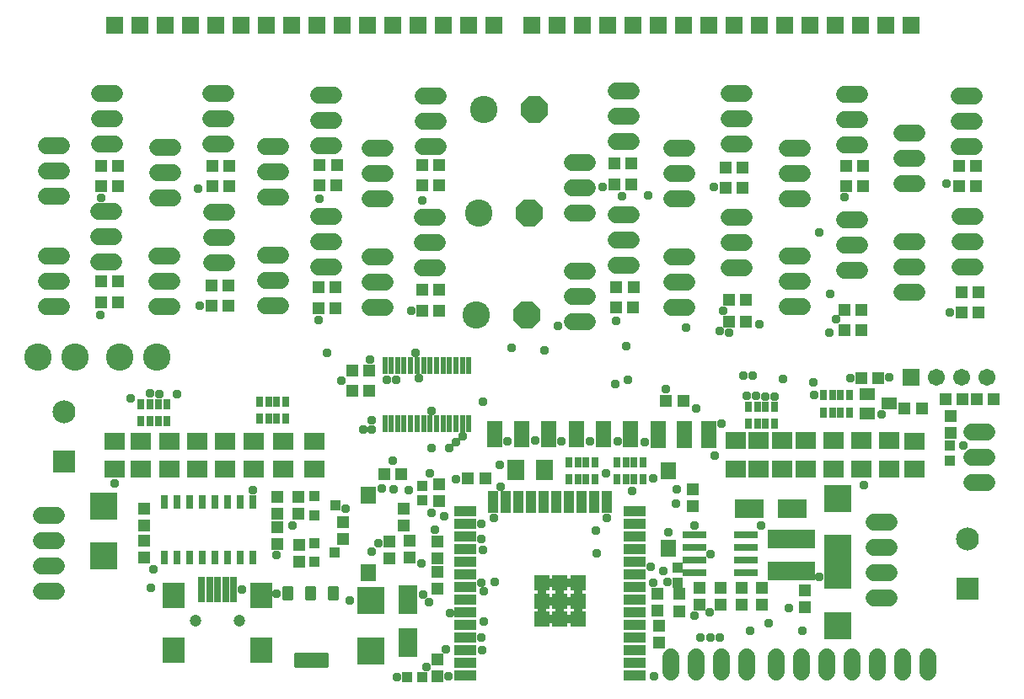
<source format=gbr>
G04 EAGLE Gerber RS-274X export*
G75*
%MOMM*%
%FSLAX34Y34*%
%LPD*%
%INSoldermask Top*%
%IPPOS*%
%AMOC8*
5,1,8,0,0,1.08239X$1,22.5*%
G01*
%ADD10R,1.778200X1.778200*%
%ADD11C,1.727200*%
%ADD12R,1.203200X1.303200*%
%ADD13R,1.625600X1.346200*%
%ADD14R,0.653200X1.103200*%
%ADD15R,1.803200X2.006200*%
%ADD16R,2.203200X1.103200*%
%ADD17R,1.103200X2.203200*%
%ADD18R,1.533200X1.533200*%
%ADD19C,0.911200*%
%ADD20R,1.303200X1.203200*%
%ADD21R,0.803200X1.403200*%
%ADD22R,1.103200X1.003200*%
%ADD23R,2.203200X2.603200*%
%ADD24R,0.703200X2.511200*%
%ADD25C,1.203200*%
%ADD26C,0.339959*%
%ADD27C,0.393431*%
%ADD28R,2.703200X2.753200*%
%ADD29R,1.603200X1.703200*%
%ADD30R,4.703200X1.953200*%
%ADD31R,2.853200X1.953200*%
%ADD32R,2.303200X2.303200*%
%ADD33C,2.303200*%
%ADD34R,2.006200X1.803200*%
%ADD35C,2.743200*%
%ADD36P,2.969212X8X22.500000*%
%ADD37R,1.003200X1.003200*%
%ADD38R,2.403200X0.803200*%
%ADD39C,2.753200*%
%ADD40R,1.953200X2.853200*%
%ADD41R,0.558800X1.676400*%
%ADD42R,1.711200X1.711200*%
%ADD43C,1.711200*%
%ADD44R,1.603200X1.203200*%
%ADD45C,0.959600*%


D10*
X101600Y670200D03*
X127000Y670200D03*
X152400Y670200D03*
X177800Y670200D03*
X203200Y670200D03*
X228600Y670200D03*
X254000Y670200D03*
X279400Y670200D03*
X304800Y670200D03*
X330200Y670200D03*
X355600Y670200D03*
X381000Y670200D03*
X406400Y670200D03*
X431800Y670200D03*
X457200Y670200D03*
X482600Y670200D03*
X520700Y670300D03*
X546100Y670300D03*
X571500Y670300D03*
X596900Y670300D03*
X622300Y670300D03*
X647700Y670300D03*
X673100Y670300D03*
X698500Y670300D03*
X723900Y670300D03*
X749300Y670300D03*
X774700Y670300D03*
X800100Y670300D03*
X825500Y670300D03*
X850900Y670300D03*
X876300Y670300D03*
X901700Y670300D03*
D11*
X101720Y551100D02*
X86480Y551100D01*
X86480Y576500D02*
X101720Y576500D01*
X101720Y601900D02*
X86480Y601900D01*
X85380Y432100D02*
X100620Y432100D01*
X100620Y457500D02*
X85380Y457500D01*
X85380Y482900D02*
X100620Y482900D01*
X197480Y551100D02*
X212720Y551100D01*
X212720Y576500D02*
X197480Y576500D01*
X197480Y601900D02*
X212720Y601900D01*
X213620Y431100D02*
X198380Y431100D01*
X198380Y456500D02*
X213620Y456500D01*
X213620Y481900D02*
X198380Y481900D01*
X306480Y549400D02*
X321720Y549400D01*
X321720Y574800D02*
X306480Y574800D01*
X306480Y600200D02*
X321720Y600200D01*
X321620Y427400D02*
X306380Y427400D01*
X306380Y452800D02*
X321620Y452800D01*
X321620Y478200D02*
X306380Y478200D01*
X411480Y548400D02*
X426720Y548400D01*
X426720Y573800D02*
X411480Y573800D01*
X411480Y599200D02*
X426720Y599200D01*
X425620Y426400D02*
X410380Y426400D01*
X410380Y451800D02*
X425620Y451800D01*
X425620Y477200D02*
X410380Y477200D01*
X605480Y553700D02*
X620720Y553700D01*
X620720Y579100D02*
X605480Y579100D01*
X605480Y604500D02*
X620720Y604500D01*
X620620Y428700D02*
X605380Y428700D01*
X605380Y454100D02*
X620620Y454100D01*
X620620Y479500D02*
X605380Y479500D01*
X718480Y550700D02*
X733720Y550700D01*
X733720Y576100D02*
X718480Y576100D01*
X718480Y601500D02*
X733720Y601500D01*
X733620Y426700D02*
X718380Y426700D01*
X718380Y452100D02*
X733620Y452100D01*
X733620Y477500D02*
X718380Y477500D01*
X834480Y549700D02*
X849720Y549700D01*
X849720Y575100D02*
X834480Y575100D01*
X834480Y600500D02*
X849720Y600500D01*
X849620Y423700D02*
X834380Y423700D01*
X834380Y449100D02*
X849620Y449100D01*
X849620Y474500D02*
X834380Y474500D01*
X949480Y548700D02*
X964720Y548700D01*
X964720Y574100D02*
X949480Y574100D01*
X949480Y599500D02*
X964720Y599500D01*
X965620Y427700D02*
X950380Y427700D01*
X950380Y453100D02*
X965620Y453100D01*
X965620Y478500D02*
X950380Y478500D01*
D12*
X87700Y508200D03*
X104700Y508200D03*
X87700Y392100D03*
X104700Y392100D03*
X199700Y508200D03*
X216700Y508200D03*
X198700Y388100D03*
X215700Y388100D03*
X307400Y509200D03*
X324400Y509200D03*
X306400Y386100D03*
X323400Y386100D03*
X410400Y509200D03*
X427400Y509200D03*
X410400Y383100D03*
X427400Y383100D03*
X603400Y510500D03*
X620400Y510500D03*
X605400Y386400D03*
X622400Y386400D03*
X715400Y506500D03*
X732400Y506500D03*
X718400Y372400D03*
X735400Y372400D03*
X836400Y508500D03*
X853400Y508500D03*
X834400Y363400D03*
X851400Y363400D03*
X949400Y508500D03*
X966400Y508500D03*
X952400Y381400D03*
X969400Y381400D03*
D13*
X482900Y265704D03*
X482900Y252496D03*
X510300Y265704D03*
X510300Y252496D03*
X537700Y265704D03*
X537700Y252496D03*
X565100Y265704D03*
X565100Y252496D03*
X592500Y265704D03*
X592500Y252496D03*
X619900Y265704D03*
X619900Y252496D03*
D14*
X584000Y230500D03*
X575000Y230500D03*
X567000Y230500D03*
X558000Y230500D03*
X558000Y213500D03*
X567000Y213500D03*
X575000Y213500D03*
X584000Y213500D03*
X606200Y213500D03*
X615200Y213500D03*
X623200Y213500D03*
X632200Y213500D03*
X632200Y230500D03*
X623200Y230500D03*
X615200Y230500D03*
X606200Y230500D03*
D15*
X533020Y223600D03*
X504580Y223600D03*
D16*
X623800Y16300D03*
X623800Y29000D03*
X623800Y41700D03*
X623800Y54400D03*
X623800Y67100D03*
X623800Y79800D03*
X623800Y92500D03*
X623800Y105200D03*
X623800Y117900D03*
X623800Y130600D03*
X623800Y143300D03*
X623800Y156000D03*
X623800Y168700D03*
X623800Y181400D03*
D17*
X595950Y191400D03*
X583250Y191400D03*
X570550Y191400D03*
X557850Y191400D03*
X545150Y191400D03*
X532450Y191400D03*
X519750Y191400D03*
X507050Y191400D03*
X494350Y191400D03*
X481650Y191400D03*
D16*
X453800Y181400D03*
X453800Y168700D03*
X453800Y156000D03*
X453800Y143300D03*
X453800Y130600D03*
X453800Y117900D03*
X453800Y105200D03*
X453800Y92500D03*
X453800Y79800D03*
X453800Y67100D03*
X453800Y54400D03*
X453800Y41700D03*
X453800Y29000D03*
X453800Y16300D03*
D18*
X567150Y72950D03*
X548800Y72950D03*
X530450Y72950D03*
X567150Y91300D03*
X548800Y91300D03*
X530450Y91300D03*
X567150Y109650D03*
X548800Y109650D03*
X530450Y109650D03*
D19*
X557975Y72950D03*
X539625Y72950D03*
X567150Y82125D03*
X548800Y82125D03*
X530450Y82125D03*
X557975Y91300D03*
X539625Y91300D03*
X567150Y100475D03*
X548800Y100475D03*
X530450Y100475D03*
X557975Y109650D03*
X539625Y109650D03*
D20*
X391370Y167460D03*
X391370Y184460D03*
D12*
X398000Y151800D03*
X398000Y134800D03*
D21*
X240650Y190800D03*
X227950Y190800D03*
X215250Y190800D03*
X202550Y190800D03*
X189850Y190800D03*
X177150Y190800D03*
X164450Y190800D03*
X151750Y190800D03*
X151750Y134800D03*
X164450Y134800D03*
X177150Y134800D03*
X189850Y134800D03*
X202550Y134800D03*
X215250Y134800D03*
X227950Y134800D03*
X240650Y134800D03*
D22*
X301700Y149800D03*
X301700Y130800D03*
X322700Y140300D03*
X301900Y196800D03*
X301900Y177800D03*
X322900Y187300D03*
D20*
X286400Y147800D03*
X286400Y130800D03*
X285700Y179200D03*
X285700Y196200D03*
D23*
X160800Y97100D03*
D24*
X188800Y102740D03*
X196800Y102740D03*
X204800Y102740D03*
X212800Y102740D03*
X220800Y102740D03*
D23*
X160800Y42100D03*
X248800Y97100D03*
X248800Y42100D03*
D25*
X182800Y72100D03*
X226800Y72100D03*
D26*
X317334Y105116D02*
X325266Y105116D01*
X325266Y93384D01*
X317334Y93384D01*
X317334Y105116D01*
X317334Y96614D02*
X325266Y96614D01*
X325266Y99844D02*
X317334Y99844D01*
X317334Y103074D02*
X325266Y103074D01*
X302366Y105116D02*
X294434Y105116D01*
X302366Y105116D02*
X302366Y93384D01*
X294434Y93384D01*
X294434Y105116D01*
X294434Y96614D02*
X302366Y96614D01*
X302366Y99844D02*
X294434Y99844D01*
X294434Y103074D02*
X302366Y103074D01*
X279466Y105116D02*
X271534Y105116D01*
X279466Y105116D02*
X279466Y93384D01*
X271534Y93384D01*
X271534Y105116D01*
X271534Y96614D02*
X279466Y96614D01*
X279466Y99844D02*
X271534Y99844D01*
X271534Y103074D02*
X279466Y103074D01*
D27*
X283151Y37949D02*
X313649Y37949D01*
X313649Y26751D01*
X283151Y26751D01*
X283151Y37949D01*
X283151Y30488D02*
X313649Y30488D01*
X313649Y34225D02*
X283151Y34225D01*
D28*
X90600Y136550D03*
X90600Y187050D03*
X358400Y41550D03*
X358400Y92050D03*
D29*
X355800Y120200D03*
X355800Y198200D03*
D30*
X781400Y154050D03*
X781400Y121550D03*
D31*
X782300Y184600D03*
X739300Y184600D03*
D28*
X827800Y66550D03*
X827800Y117050D03*
X827910Y194580D03*
X827910Y144080D03*
D32*
X50500Y231500D03*
D33*
X50500Y281500D03*
D11*
X42820Y126800D02*
X27580Y126800D01*
X27580Y152200D02*
X42820Y152200D01*
X42820Y177600D02*
X27580Y177600D01*
X27580Y101400D02*
X42820Y101400D01*
X863880Y119700D02*
X879120Y119700D01*
X879120Y145100D02*
X863880Y145100D01*
X863880Y170500D02*
X879120Y170500D01*
X879120Y94300D02*
X863880Y94300D01*
D13*
X647300Y265204D03*
X647300Y251996D03*
X673400Y265304D03*
X673400Y252096D03*
D14*
X128000Y272500D03*
X137000Y272500D03*
X145000Y272500D03*
X154000Y272500D03*
X154000Y289500D03*
X145000Y289500D03*
X137000Y289500D03*
X128000Y289500D03*
X247000Y274500D03*
X256000Y274500D03*
X264000Y274500D03*
X273000Y274500D03*
X273000Y291500D03*
X264000Y291500D03*
X256000Y291500D03*
X247000Y291500D03*
X738000Y269500D03*
X747000Y269500D03*
X755000Y269500D03*
X764000Y269500D03*
X764000Y286500D03*
X755000Y286500D03*
X747000Y286500D03*
X738000Y286500D03*
X813600Y281200D03*
X822600Y281200D03*
X830600Y281200D03*
X839600Y281200D03*
X839600Y298200D03*
X830600Y298200D03*
X822600Y298200D03*
X813600Y298200D03*
D34*
X101000Y252220D03*
X101000Y223780D03*
X128000Y252220D03*
X128000Y223780D03*
X156000Y252220D03*
X156000Y223780D03*
X184000Y252220D03*
X184000Y223780D03*
X212000Y252220D03*
X212000Y223780D03*
X241000Y252220D03*
X241000Y223780D03*
X271000Y252220D03*
X271000Y223780D03*
X302000Y252220D03*
X302000Y223780D03*
X725000Y252620D03*
X725000Y224180D03*
X747900Y252620D03*
X747900Y224180D03*
X771600Y252620D03*
X771600Y224180D03*
X795600Y252620D03*
X795600Y224180D03*
X823600Y252620D03*
X823600Y224180D03*
X851600Y252620D03*
X851600Y224180D03*
X879600Y252620D03*
X879600Y224180D03*
X905000Y252220D03*
X905000Y223780D03*
D12*
X426000Y134500D03*
X426000Y151500D03*
X426000Y120500D03*
X426000Y103500D03*
X648600Y66500D03*
X648600Y49500D03*
X647000Y81500D03*
X647000Y98500D03*
D11*
X48020Y498600D02*
X32780Y498600D01*
X32780Y524000D02*
X48020Y524000D01*
X48020Y549400D02*
X32780Y549400D01*
X32780Y387600D02*
X48020Y387600D01*
X48020Y413000D02*
X32780Y413000D01*
X32780Y438400D02*
X48020Y438400D01*
X144780Y496600D02*
X160020Y496600D01*
X160020Y522000D02*
X144780Y522000D01*
X144780Y547400D02*
X160020Y547400D01*
X159020Y387600D02*
X143780Y387600D01*
X143780Y413000D02*
X159020Y413000D01*
X159020Y438400D02*
X143780Y438400D01*
X252780Y497600D02*
X268020Y497600D01*
X268020Y523000D02*
X252780Y523000D01*
X252780Y548400D02*
X268020Y548400D01*
X268020Y388600D02*
X252780Y388600D01*
X252780Y414000D02*
X268020Y414000D01*
X268020Y439400D02*
X252780Y439400D01*
X357780Y495600D02*
X373020Y495600D01*
X373020Y521000D02*
X357780Y521000D01*
X357780Y546400D02*
X373020Y546400D01*
X373020Y386600D02*
X357780Y386600D01*
X357780Y412000D02*
X373020Y412000D01*
X373020Y437400D02*
X357780Y437400D01*
X560780Y481600D02*
X576020Y481600D01*
X576020Y507000D02*
X560780Y507000D01*
X560780Y532400D02*
X576020Y532400D01*
X576020Y372600D02*
X560780Y372600D01*
X560780Y398000D02*
X576020Y398000D01*
X576020Y423400D02*
X560780Y423400D01*
X660780Y495900D02*
X676020Y495900D01*
X676020Y521300D02*
X660780Y521300D01*
X660780Y546700D02*
X676020Y546700D01*
X676020Y386900D02*
X660780Y386900D01*
X660780Y412300D02*
X676020Y412300D01*
X676020Y437700D02*
X660780Y437700D01*
X776780Y495900D02*
X792020Y495900D01*
X792020Y521300D02*
X776780Y521300D01*
X776780Y546700D02*
X792020Y546700D01*
X792020Y387900D02*
X776780Y387900D01*
X776780Y413300D02*
X792020Y413300D01*
X792020Y438700D02*
X776780Y438700D01*
X891880Y511500D02*
X907120Y511500D01*
X907120Y536900D02*
X891880Y536900D01*
X891880Y562300D02*
X907120Y562300D01*
X907620Y402100D02*
X892380Y402100D01*
X892380Y427500D02*
X907620Y427500D01*
X907620Y452900D02*
X892380Y452900D01*
D12*
X104500Y529000D03*
X87500Y529000D03*
X104500Y413000D03*
X87500Y413000D03*
X216500Y529000D03*
X199500Y529000D03*
X215500Y409000D03*
X198500Y409000D03*
X324500Y530000D03*
X307500Y530000D03*
X323500Y407000D03*
X306500Y407000D03*
X427500Y530000D03*
X410500Y530000D03*
X427500Y404000D03*
X410500Y404000D03*
X620500Y531300D03*
X603500Y531300D03*
X622500Y407300D03*
X605500Y407300D03*
X732500Y527300D03*
X715500Y527300D03*
X735500Y394300D03*
X718500Y394300D03*
X853500Y529300D03*
X836500Y529300D03*
X851500Y384300D03*
X834500Y384300D03*
X966500Y529300D03*
X949500Y529300D03*
X969500Y402300D03*
X952500Y402300D03*
D20*
X356900Y323300D03*
X339900Y323300D03*
X356900Y302800D03*
X339900Y302800D03*
X331000Y153500D03*
X331000Y170500D03*
D35*
X471900Y585700D03*
D36*
X522700Y585700D03*
D35*
X467000Y481700D03*
D36*
X517800Y481700D03*
D35*
X465000Y378700D03*
D36*
X515800Y378700D03*
D12*
X456500Y215000D03*
X473500Y215000D03*
X682300Y204100D03*
X682300Y187100D03*
D29*
X657700Y144400D03*
X657700Y222400D03*
D20*
X265000Y196500D03*
X265000Y179500D03*
X265000Y165500D03*
X265000Y148500D03*
D11*
X736100Y35620D02*
X736100Y20380D01*
X710700Y20380D02*
X710700Y35620D01*
X685300Y35620D02*
X685300Y20380D01*
X659900Y20380D02*
X659900Y35620D01*
X765800Y35620D02*
X765800Y20380D01*
X791200Y20380D02*
X791200Y35620D01*
X816600Y35620D02*
X816600Y20380D01*
X842000Y20380D02*
X842000Y35620D01*
X867400Y35620D02*
X867400Y20380D01*
X892800Y20380D02*
X892800Y35620D01*
X918200Y35620D02*
X918200Y20380D01*
D12*
X377000Y151500D03*
X377000Y134500D03*
D37*
X410000Y192500D03*
X410000Y207500D03*
X666700Y125200D03*
X666700Y110200D03*
D20*
X668500Y98400D03*
X668500Y81400D03*
X427000Y208500D03*
X427000Y191500D03*
D38*
X735600Y132950D03*
X683600Y132950D03*
X735600Y120250D03*
X735600Y145650D03*
X735600Y158350D03*
X683600Y120250D03*
X683600Y145650D03*
X683600Y158350D03*
D12*
X794470Y102120D03*
X794470Y85120D03*
D20*
X730900Y104800D03*
X730900Y87800D03*
X751900Y87800D03*
X751900Y104800D03*
X709900Y104800D03*
X709900Y87800D03*
D12*
X688900Y87800D03*
X688900Y104800D03*
D39*
X61500Y337000D03*
X106500Y337000D03*
X24500Y337000D03*
X143500Y337000D03*
D40*
X396000Y92500D03*
X396000Y49500D03*
D12*
X131000Y152500D03*
X131000Y135500D03*
X131000Y167500D03*
X131000Y184500D03*
X389500Y219000D03*
X372500Y219000D03*
D41*
X372836Y269990D03*
X379186Y269990D03*
X385790Y269990D03*
X392140Y269990D03*
X398744Y269990D03*
X405348Y269990D03*
X411698Y269990D03*
X418302Y269990D03*
X424652Y269990D03*
X431256Y269990D03*
X437860Y269990D03*
X444210Y269990D03*
X450814Y269990D03*
X457164Y269990D03*
X457164Y328410D03*
X450814Y328410D03*
X444210Y328410D03*
X437860Y328410D03*
X431256Y328410D03*
X424652Y328410D03*
X418302Y328410D03*
X411698Y328410D03*
X405348Y328410D03*
X398744Y328410D03*
X392140Y328410D03*
X385790Y328410D03*
X379186Y328410D03*
X372836Y328410D03*
D12*
X655500Y292300D03*
X672500Y292300D03*
D13*
X698400Y265404D03*
X698400Y252196D03*
D32*
X957900Y103900D03*
D33*
X957900Y153900D03*
D11*
X962780Y261200D02*
X978020Y261200D01*
X978020Y235800D02*
X962780Y235800D01*
X962780Y210400D02*
X978020Y210400D01*
D42*
X901100Y316600D03*
D43*
X926500Y316600D03*
X951900Y316600D03*
X977300Y316600D03*
D20*
X984200Y294000D03*
X967200Y294000D03*
D12*
X953400Y294200D03*
X936400Y294200D03*
D20*
X941100Y260100D03*
X941100Y277100D03*
D37*
X940380Y232730D03*
X940380Y247730D03*
D44*
X879400Y289700D03*
X857400Y280200D03*
X857400Y299200D03*
D12*
X851300Y315900D03*
X868300Y315900D03*
D20*
X895100Y285200D03*
X912100Y285200D03*
D37*
X395000Y15000D03*
X410000Y15000D03*
D20*
X425900Y15700D03*
X425900Y32700D03*
D45*
X637000Y499300D03*
X809000Y462300D03*
X954200Y247500D03*
X229000Y103000D03*
X240000Y203000D03*
X437000Y16000D03*
X643000Y16000D03*
X338000Y92050D03*
X101000Y210000D03*
X595000Y220000D03*
X596000Y175000D03*
X411056Y97884D03*
X642000Y109900D03*
X306000Y374000D03*
X605000Y373300D03*
X709000Y363300D03*
X834818Y497300D03*
X937000Y511300D03*
X940000Y381300D03*
X703000Y507300D03*
X399300Y383100D03*
X410000Y494000D03*
X307000Y496000D03*
X187000Y388000D03*
X185000Y506000D03*
X87000Y379000D03*
X87562Y496438D03*
X592000Y507300D03*
X329200Y313400D03*
X712457Y383494D03*
X444000Y214000D03*
X665000Y189000D03*
X778900Y84300D03*
X683800Y167400D03*
X585000Y162000D03*
X586000Y139000D03*
X657800Y160900D03*
X140000Y123000D03*
X655500Y304800D03*
X471426Y291706D03*
X751000Y167700D03*
X809206Y115600D03*
X871900Y279394D03*
X840300Y315300D03*
X826068Y374728D03*
X854300Y207800D03*
X385400Y15300D03*
X314800Y341200D03*
X366400Y149900D03*
X409200Y129500D03*
X615100Y347800D03*
X617300Y313700D03*
X423000Y163000D03*
X419490Y245490D03*
X117650Y295250D03*
X437431Y245027D03*
X137000Y299900D03*
X444216Y251095D03*
X146200Y299700D03*
X451000Y257163D03*
X164250Y299750D03*
X360000Y272932D03*
X419900Y282662D03*
X736736Y298000D03*
X611000Y498300D03*
X718600Y361594D03*
X733200Y317817D03*
X745824Y298000D03*
X500000Y346068D03*
X532960Y343360D03*
X604500Y310000D03*
X764000Y297000D03*
X749185Y369485D03*
X742288Y317928D03*
X820000Y400434D03*
X819600Y361461D03*
X803500Y311054D03*
X804400Y298900D03*
X754912Y297000D03*
X772800Y314717D03*
X546838Y367746D03*
X675000Y366300D03*
X416884Y90000D03*
X434000Y43000D03*
X438000Y79000D03*
X350912Y263722D03*
X382000Y204000D03*
X642000Y215000D03*
X657088Y110925D03*
X700000Y54842D03*
X684002Y76994D03*
X374912Y314000D03*
X621000Y202000D03*
X360000Y263844D03*
X384000Y314000D03*
X397072Y203072D03*
X652594Y122000D03*
X699058Y79954D03*
X414600Y24900D03*
X470200Y41800D03*
X709088Y54642D03*
X488000Y228000D03*
X470000Y169000D03*
X417912Y219740D03*
X407400Y315100D03*
X380797Y232854D03*
X496000Y252000D03*
X524000Y253000D03*
X550118Y252000D03*
X579000Y252000D03*
X607000Y252000D03*
X634000Y251000D03*
X369624Y204624D03*
X758000Y69000D03*
X358300Y334100D03*
X690007Y54642D03*
X483000Y111000D03*
X333000Y184000D03*
X470000Y55000D03*
X264000Y138000D03*
X472000Y71000D03*
X280000Y167000D03*
X432000Y177000D03*
X360000Y141000D03*
X666000Y204000D03*
X489210Y206706D03*
X138000Y105000D03*
X264106Y99000D03*
X419864Y179855D03*
X482000Y175000D03*
X792173Y61146D03*
X472000Y100912D03*
X739870Y61662D03*
X470000Y154000D03*
X471000Y143000D03*
X470000Y110000D03*
X711100Y269700D03*
X685600Y285402D03*
X404000Y341082D03*
X879400Y316500D03*
X704400Y237692D03*
X699798Y138256D03*
X639800Y125500D03*
M02*

</source>
